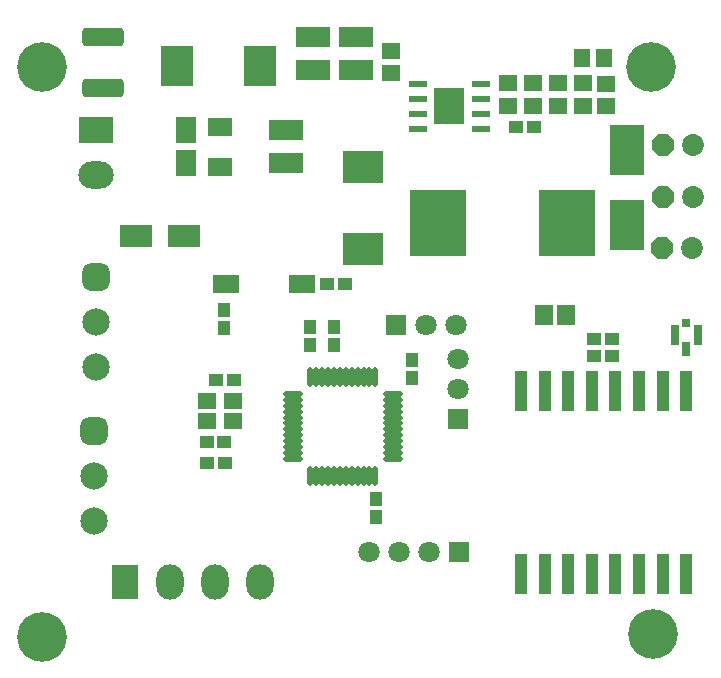
<source format=gts>
G04*
G04 #@! TF.GenerationSoftware,Altium Limited,Altium Designer,20.2.6 (244)*
G04*
G04 Layer_Color=8388736*
%FSLAX24Y24*%
%MOIN*%
G70*
G04*
G04 #@! TF.SameCoordinates,10DCDC14-C833-4712-9BA6-5F063841230D*
G04*
G04*
G04 #@! TF.FilePolarity,Negative*
G04*
G01*
G75*
%ADD23R,0.1024X0.1220*%
%ADD28R,0.0394X0.1378*%
%ADD37R,0.0610X0.0236*%
%ADD47R,0.1143X0.0710*%
%ADD48R,0.1852X0.2245*%
G04:AMPARAMS|DCode=49|XSize=60.8mil|YSize=137.5mil|CornerRadius=10.6mil|HoleSize=0mil|Usage=FLASHONLY|Rotation=270.000|XOffset=0mil|YOffset=0mil|HoleType=Round|Shape=RoundedRectangle|*
%AMROUNDEDRECTD49*
21,1,0.0608,0.1163,0,0,270.0*
21,1,0.0396,0.1375,0,0,270.0*
1,1,0.0212,-0.0582,-0.0198*
1,1,0.0212,-0.0582,0.0198*
1,1,0.0212,0.0582,0.0198*
1,1,0.0212,0.0582,-0.0198*
%
%ADD49ROUNDEDRECTD49*%
%ADD50R,0.0434X0.0454*%
%ADD51R,0.0277X0.0474*%
%ADD52R,0.0316X0.0671*%
%ADD53R,0.0277X0.0297*%
%ADD54R,0.0454X0.0434*%
%ADD55R,0.0592X0.0671*%
%ADD56R,0.1182X0.1655*%
%ADD57R,0.0631X0.0552*%
%ADD58R,0.0552X0.0631*%
%ADD59R,0.1064X0.1379*%
%ADD60R,0.1379X0.1064*%
%ADD61R,0.0789X0.0611*%
%ADD62R,0.0651X0.0887*%
%ADD63R,0.1064X0.0749*%
%ADD64R,0.0867X0.0631*%
%ADD65O,0.0198X0.0651*%
%ADD66O,0.0651X0.0198*%
G04:AMPARAMS|DCode=67|XSize=63.1mil|YSize=55.2mil|CornerRadius=9.9mil|HoleSize=0mil|Usage=FLASHONLY|Rotation=0.000|XOffset=0mil|YOffset=0mil|HoleType=Round|Shape=RoundedRectangle|*
%AMROUNDEDRECTD67*
21,1,0.0631,0.0354,0,0,0.0*
21,1,0.0433,0.0552,0,0,0.0*
1,1,0.0198,0.0217,-0.0177*
1,1,0.0198,-0.0217,-0.0177*
1,1,0.0198,-0.0217,0.0177*
1,1,0.0198,0.0217,0.0177*
%
%ADD67ROUNDEDRECTD67*%
G04:AMPARAMS|DCode=68|XSize=90.7mil|YSize=90.7mil|CornerRadius=24.7mil|HoleSize=0mil|Usage=FLASHONLY|Rotation=270.000|XOffset=0mil|YOffset=0mil|HoleType=Round|Shape=RoundedRectangle|*
%AMROUNDEDRECTD68*
21,1,0.0907,0.0413,0,0,270.0*
21,1,0.0413,0.0907,0,0,270.0*
1,1,0.0493,-0.0207,-0.0207*
1,1,0.0493,-0.0207,0.0207*
1,1,0.0493,0.0207,0.0207*
1,1,0.0493,0.0207,-0.0207*
%
%ADD68ROUNDEDRECTD68*%
%ADD69C,0.0907*%
%ADD70C,0.0710*%
%ADD71R,0.0710X0.0710*%
%ADD72R,0.0710X0.0710*%
%ADD73P,0.0790X8X22.5*%
%ADD74C,0.0730*%
%ADD75O,0.1180X0.0907*%
%ADD76R,0.1180X0.0907*%
%ADD77R,0.0907X0.1180*%
%ADD78O,0.0907X0.1180*%
%ADD79C,0.0474*%
%ADD80C,0.1655*%
D23*
X15120Y19350D02*
D03*
D28*
X17504Y3749D02*
D03*
X18291D02*
D03*
X19079D02*
D03*
X19866D02*
D03*
X20654D02*
D03*
X21441D02*
D03*
X22229D02*
D03*
X23016D02*
D03*
Y9851D02*
D03*
X22229D02*
D03*
X21441D02*
D03*
X20654D02*
D03*
X19866D02*
D03*
X19079D02*
D03*
X18291D02*
D03*
X17504D02*
D03*
D37*
X14057Y18600D02*
D03*
Y19100D02*
D03*
Y19600D02*
D03*
Y20100D02*
D03*
X16183D02*
D03*
Y19600D02*
D03*
Y19100D02*
D03*
Y18600D02*
D03*
D47*
X12000Y20538D02*
D03*
Y21640D02*
D03*
X10560D02*
D03*
Y20538D02*
D03*
X9680Y17450D02*
D03*
Y18552D02*
D03*
D48*
X14725Y15450D02*
D03*
X19055Y15450D02*
D03*
D49*
X3560Y21643D02*
D03*
Y19950D02*
D03*
D50*
X12680Y5660D02*
D03*
Y6251D02*
D03*
X13880Y10875D02*
D03*
Y10285D02*
D03*
X11280Y11985D02*
D03*
Y11395D02*
D03*
X10470Y11975D02*
D03*
Y11385D02*
D03*
X7620Y11955D02*
D03*
Y12545D02*
D03*
D51*
X23020Y11267D02*
D03*
D52*
X22626Y11720D02*
D03*
X23414D02*
D03*
D53*
X23020Y12124D02*
D03*
D54*
X19935Y11020D02*
D03*
X20525D02*
D03*
X19935Y11590D02*
D03*
X20525D02*
D03*
X17935Y18640D02*
D03*
X17345D02*
D03*
X11635Y13420D02*
D03*
X11045D02*
D03*
X7335Y10210D02*
D03*
X7925D02*
D03*
X7045Y7450D02*
D03*
X7635D02*
D03*
X7615Y8150D02*
D03*
X7025D02*
D03*
D55*
X18272Y12370D02*
D03*
X19020D02*
D03*
D56*
X21030Y15390D02*
D03*
Y17870D02*
D03*
D57*
X20350Y20100D02*
D03*
Y19352D02*
D03*
X19559Y20101D02*
D03*
Y19353D02*
D03*
X18734Y20106D02*
D03*
Y19358D02*
D03*
X17904Y20106D02*
D03*
Y19358D02*
D03*
X17069Y20101D02*
D03*
Y19353D02*
D03*
X13170Y20450D02*
D03*
Y21198D02*
D03*
D58*
X19528Y20939D02*
D03*
X20276D02*
D03*
D59*
X8800Y20690D02*
D03*
X6056D02*
D03*
D60*
X12250Y14576D02*
D03*
Y17320D02*
D03*
D61*
X7460Y18650D02*
D03*
Y17331D02*
D03*
D62*
X6340Y17439D02*
D03*
Y18561D02*
D03*
D63*
X4680Y15010D02*
D03*
X6280D02*
D03*
D64*
X10190Y13420D02*
D03*
X7670D02*
D03*
D65*
X10487Y10333D02*
D03*
X10684D02*
D03*
X10881D02*
D03*
X11078D02*
D03*
X11275D02*
D03*
X11472D02*
D03*
X11668D02*
D03*
X11865D02*
D03*
X12062D02*
D03*
X12259D02*
D03*
X12456D02*
D03*
X12653D02*
D03*
Y7007D02*
D03*
X12456D02*
D03*
X12259D02*
D03*
X12062D02*
D03*
X11865D02*
D03*
X11668D02*
D03*
X11472D02*
D03*
X11275D02*
D03*
X11078D02*
D03*
X10881D02*
D03*
X10684D02*
D03*
X10487D02*
D03*
D66*
X13233Y9753D02*
D03*
Y9556D02*
D03*
Y9359D02*
D03*
Y9162D02*
D03*
Y8965D02*
D03*
Y8768D02*
D03*
Y8572D02*
D03*
Y8375D02*
D03*
Y8178D02*
D03*
Y7981D02*
D03*
Y7784D02*
D03*
Y7587D02*
D03*
X9907D02*
D03*
Y7784D02*
D03*
Y7981D02*
D03*
Y8178D02*
D03*
Y8375D02*
D03*
Y8572D02*
D03*
Y8768D02*
D03*
Y8965D02*
D03*
Y9162D02*
D03*
Y9359D02*
D03*
Y9556D02*
D03*
Y9753D02*
D03*
D67*
X7037Y8835D02*
D03*
X7903D02*
D03*
Y9505D02*
D03*
X7037D02*
D03*
D68*
X3279Y8510D02*
D03*
X3349Y13650D02*
D03*
D69*
X3279Y7010D02*
D03*
Y5510D02*
D03*
X3349Y12150D02*
D03*
Y10650D02*
D03*
D70*
X12440Y4500D02*
D03*
X13440D02*
D03*
X14440D02*
D03*
X15390Y9930D02*
D03*
Y10930D02*
D03*
X14330Y12040D02*
D03*
X15330D02*
D03*
D71*
X15440Y4500D02*
D03*
X13330Y12040D02*
D03*
D72*
X15390Y8930D02*
D03*
D73*
X22210Y14630D02*
D03*
X22250Y16330D02*
D03*
Y18060D02*
D03*
D74*
X23210Y14630D02*
D03*
X23250Y16330D02*
D03*
Y18060D02*
D03*
D75*
X3329Y17060D02*
D03*
D76*
Y18560D02*
D03*
D77*
X4300Y3500D02*
D03*
D78*
X5800D02*
D03*
X7300D02*
D03*
X8800D02*
D03*
D79*
X21340Y1550D02*
D03*
X22090Y1200D02*
D03*
X21643Y1220D02*
D03*
X21360Y1997D02*
D03*
X21690Y2300D02*
D03*
X22440Y1950D02*
D03*
X22137Y2280D02*
D03*
X2090Y20850D02*
D03*
X1787Y21180D02*
D03*
X1340Y21200D02*
D03*
X1010Y20897D02*
D03*
X990Y20450D02*
D03*
X1293Y20120D02*
D03*
X1740Y20100D02*
D03*
X2070Y20403D02*
D03*
X22390Y20850D02*
D03*
X22087Y21180D02*
D03*
X21640Y21200D02*
D03*
X21310Y20897D02*
D03*
X21290Y20450D02*
D03*
X21593Y20120D02*
D03*
X22040Y20100D02*
D03*
X22370Y20403D02*
D03*
X22420Y1503D02*
D03*
X2070Y1403D02*
D03*
X1740Y1100D02*
D03*
X1293Y1120D02*
D03*
X990Y1450D02*
D03*
X1010Y1897D02*
D03*
X1340Y2200D02*
D03*
X1787Y2180D02*
D03*
X2090Y1850D02*
D03*
D80*
X21890Y1750D02*
D03*
X21840Y20650D02*
D03*
X1540D02*
D03*
Y1650D02*
D03*
M02*

</source>
